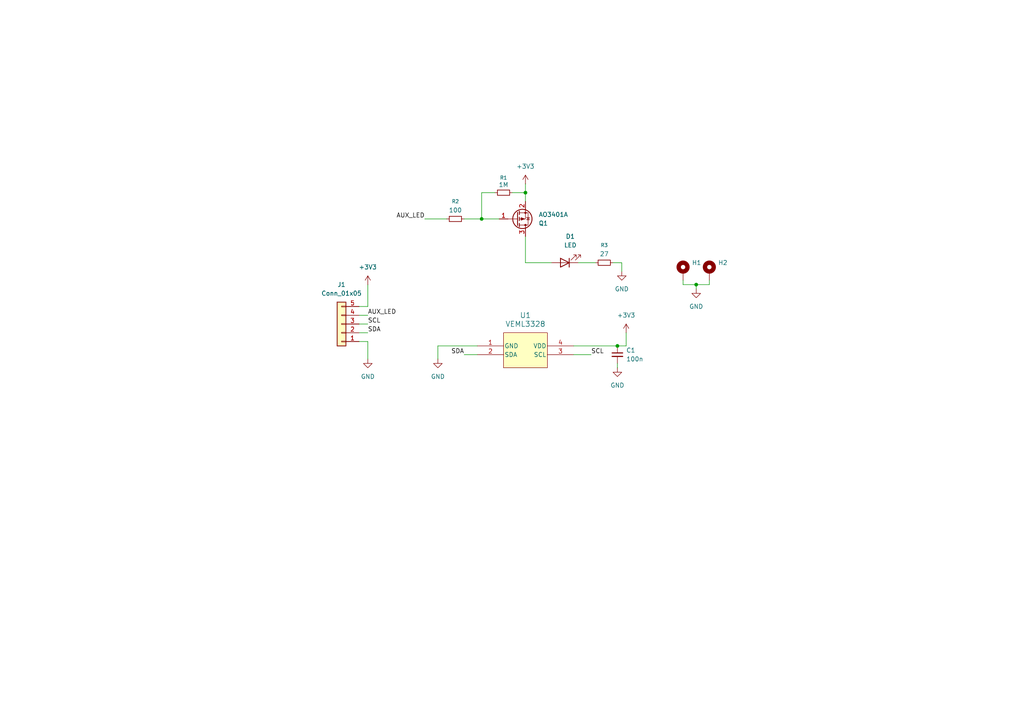
<source format=kicad_sch>
(kicad_sch (version 20250114) (generator "eeschema") (generator_version "9.0")
  (paper "A4")
  (lib_symbols
    (symbol "Connector_Generic:Conn_01x05" (pin_names (offset 1.016) (hide yes))
      (property "Reference" "J" (at 0 7.62 0))
      (property "Value" "Conn_01x05" (at 0 -7.62 0))
      (symbol "Conn_01x05_1_1"
        (rectangle (start -1.27 6.35) (end 1.27 -6.35) (stroke (width 0.254)) (fill (type background)))
        (rectangle (start -1.27 5.207) (end 0 4.953) (stroke (width 0.1524)))
        (rectangle (start -1.27 2.667) (end 0 2.413) (stroke (width 0.1524)))
        (rectangle (start -1.27 0.127) (end 0 -0.127) (stroke (width 0.1524)))
        (rectangle (start -1.27 -2.413) (end 0 -2.667) (stroke (width 0.1524)))
        (rectangle (start -1.27 -4.953) (end 0 -5.207) (stroke (width 0.1524)))
        (pin passive line (at -5.08 5.08 0) (length 3.81) (name "Pin_1") (number "1"))
        (pin passive line (at -5.08 2.54 0) (length 3.81) (name "Pin_2") (number "2"))
        (pin passive line (at -5.08 0 0) (length 3.81) (name "Pin_3") (number "3"))
        (pin passive line (at -5.08 -2.54 0) (length 3.81) (name "Pin_4") (number "4"))
        (pin passive line (at -5.08 -5.08 0) (length 3.81) (name "Pin_5") (number "5"))
      )
    )
    (symbol "Device:C_Small" (pin_numbers (hide yes)) (pin_names (offset 0.254) (hide yes))
      (property "Reference" "C" (at 0.254 1.778 0))
      (property "Value" "C_Small" (at 0.254 -2.032 0))
      (symbol "C_Small_0_1"
        (polyline (pts (xy -1.524 0.508) (xy 1.524 0.508)) (stroke (width 0.3048)))
        (polyline (pts (xy -1.524 -0.508) (xy 1.524 -0.508)) (stroke (width 0.3302)))
      )
      (symbol "C_Small_1_1"
        (pin passive line (at 0 2.54 270) (length 2.032) (name "~") (number "1"))
        (pin passive line (at 0 -2.54 90) (length 2.032) (name "~") (number "2"))
      )
    )
    (symbol "Device:LED" (pin_numbers (hide yes)) (pin_names (offset 1.016) (hide yes))
      (property "Reference" "D" (at 0 2.54 0))
      (property "Value" "LED" (at 0 -2.54 0))
      (symbol "LED_0_1"
        (polyline (pts (xy -3.048 -0.762) (xy -4.572 -2.286) (xy -3.81 -2.286) (xy -4.572 -2.286) (xy -4.572 -1.524)))
        (polyline (pts (xy -1.778 -0.762) (xy -3.302 -2.286) (xy -2.54 -2.286) (xy -3.302 -2.286) (xy -3.302 -1.524)))
        (polyline (pts (xy -1.27 0) (xy 1.27 0)))
        (polyline (pts (xy -1.27 -1.27) (xy -1.27 1.27)) (stroke (width 0.254)))
        (polyline (pts (xy 1.27 -1.27) (xy 1.27 1.27) (xy -1.27 0) (xy 1.27 -1.27)) (stroke (width 0.254)))
      )
      (symbol "LED_1_1"
        (pin passive line (at -3.81 0 0) (length 2.54) (name "K") (number "1"))
        (pin passive line (at 3.81 0 180) (length 2.54) (name "A") (number "2"))
      )
    )
    (symbol "Device:R_Small" (pin_numbers (hide yes)) (pin_names (offset 0.254) (hide yes))
      (property "Reference" "R" (at 0 0 90))
      (property "Value" "R_Small" (at 1.778 0 90))
      (symbol "R_Small_0_1"
        (rectangle (start -0.762 1.778) (end 0.762 -1.778) (stroke (width 0.2032)))
      )
      (symbol "R_Small_1_1"
        (pin passive line (at 0 2.54 270) (length 0.762) (name "~") (number "1"))
        (pin passive line (at 0 -2.54 90) (length 0.762) (name "~") (number "2"))
      )
    )
    (symbol "Mechanical:MountingHole_Pad" (pin_numbers (hide yes)) (pin_names (offset 1.016) (hide yes)) (in_bom no)
      (property "Reference" "H" (at 0 6.35 0))
      (property "Value" "MountingHole_Pad" (at 0 4.445 0))
      (symbol "MountingHole_Pad_0_1"
        (circle (center 0 1.27) (radius 1.27) (stroke (width 1.27)))
      )
      (symbol "MountingHole_Pad_1_1"
        (pin input line (at 0 -2.54 90) (length 2.54) (name "1") (number "1"))
      )
    )
    (symbol "R_Small_1" (pin_numbers (hide yes)) (pin_names (offset 0.254) (hide yes))
      (property "Reference" "R" (at 0 0 90))
      (property "Value" "R_Small" (at 1.778 0 90))
      (symbol "R_Small_1_0_1"
        (rectangle (start -0.762 1.778) (end 0.762 -1.778) (stroke (width 0.2032)))
      )
      (symbol "R_Small_1_1_1"
        (pin passive line (at 0 2.54 270) (length 0.762) (name "~") (number "1"))
        (pin passive line (at 0 -2.54 90) (length 0.762) (name "~") (number "2"))
      )
    )
    (symbol "Transistor_FET:AO3401A" (pin_names (hide yes))
      (property "Reference" "Q" (at 5.08 1.905 0))
      (property "Value" "AO3401A" (at 5.08 0 0))
      (symbol "AO3401A_0_1"
        (polyline (pts (xy 0.254 1.905) (xy 0.254 -1.905)) (stroke (width 0.254)))
        (polyline (pts (xy 0.254 0) (xy -2.54 0)))
        (polyline (pts (xy 0.762 2.286) (xy 0.762 1.27)) (stroke (width 0.254)))
        (polyline (pts (xy 0.762 1.778) (xy 3.302 1.778) (xy 3.302 -1.778) (xy 0.762 -1.778)))
        (polyline (pts (xy 0.762 0.508) (xy 0.762 -0.508)) (stroke (width 0.254)))
        (polyline (pts (xy 0.762 -1.27) (xy 0.762 -2.286)) (stroke (width 0.254)))
        (circle (center 1.651 0) (radius 2.794) (stroke (width 0.254)))
        (polyline (pts (xy 2.286 0) (xy 1.27 0.381) (xy 1.27 -0.381) (xy 2.286 0)) (fill (type outline)))
        (polyline (pts (xy 2.54 2.54) (xy 2.54 1.778)))
        (circle (center 2.54 1.778) (radius 0.254) (fill (type outline)))
        (circle (center 2.54 -1.778) (radius 0.254) (fill (type outline)))
        (polyline (pts (xy 2.54 -2.54) (xy 2.54 0) (xy 0.762 0)))
        (polyline (pts (xy 2.794 -0.508) (xy 2.921 -0.381) (xy 3.683 -0.381) (xy 3.81 -0.254)))
        (polyline (pts (xy 3.302 -0.381) (xy 2.921 0.254) (xy 3.683 0.254) (xy 3.302 -0.381)))
      )
      (symbol "AO3401A_1_1"
        (pin input line (at -5.08 0 0) (length 2.54) (name "G") (number "1"))
        (pin passive line (at 2.54 5.08 270) (length 2.54) (name "D") (number "3"))
        (pin passive line (at 2.54 -5.08 90) (length 2.54) (name "S") (number "2"))
      )
    )
    (symbol "power:+3V3" (power) (pin_numbers (hide yes)) (pin_names (offset 0) (hide yes))
      (property "Value" "+3V3" (at 0 3.556 0))
      (symbol "+3V3_0_1"
        (polyline (pts (xy -0.762 1.27) (xy 0 2.54)))
        (polyline (pts (xy 0 2.54) (xy 0.762 1.27)))
        (polyline (pts (xy 0 0) (xy 0 2.54)))
      )
      (symbol "+3V3_1_1"
        (pin power_in line (at 0 0 90) (length 0) (name "~") (number "1"))
      )
    )
    (symbol "power:GND" (power) (pin_numbers (hide yes)) (pin_names (offset 0) (hide yes))
      (property "Value" "GND" (at 0 -3.81 0))
      (symbol "GND_0_1"
        (polyline (pts (xy 0 0) (xy 0 -1.27) (xy 1.27 -1.27) (xy 0 -2.54) (xy -1.27 -1.27) (xy 0 -1.27)))
      )
      (symbol "GND_1_1"
        (pin power_in line (at 0 0 270) (length 0) (name "~") (number "1"))
      )
    )
    (symbol "sisyphus:VEML3328" (pin_names (offset 0.254))
      (property "Reference" "U" (at 0.762 11.43 0))
      (property "Value" "VEML3328" (at 0.762 8.89 0))
      (symbol "VEML3328_1_1"
        (rectangle (start -6.35 5.08) (end 6.35 -5.08) (fill (type background)))
        (pin power_in line (at -13.97 1.27 0) (length 7.62) (name "GND") (number "1"))
        (pin bidirectional line (at -13.97 -1.27 0) (length 7.62) (name "SDA") (number "2"))
        (pin power_in line (at 13.97 1.27 180) (length 7.62) (name "VDD") (number "4"))
        (pin input line (at 13.97 -1.27 180) (length 7.62) (name "SCL") (number "3"))
      )
    )
  )
  (junction (at 201.93 82.55))
  (junction (at 152.4 55.88))
  (junction (at 139.7 63.5))
  (junction (at 179.07 100.33))
  (wire (pts (xy 139.7 55.88) (xy 143.51 55.88)))
  (wire (pts (xy 181.61 96.52) (xy 181.61 100.33)))
  (wire (pts (xy 139.7 55.88) (xy 139.7 63.5)))
  (wire (pts (xy 138.43 100.33) (xy 127 100.33)))
  (wire (pts (xy 180.34 78.74) (xy 180.34 76.2)))
  (wire (pts (xy 179.07 100.33) (xy 181.61 100.33)))
  (wire (pts (xy 198.12 82.55) (xy 201.93 82.55)))
  (wire (pts (xy 106.68 88.9) (xy 104.14 88.9)))
  (wire (pts (xy 104.14 93.98) (xy 106.68 93.98)))
  (wire (pts (xy 104.14 96.52) (xy 106.68 96.52)))
  (wire (pts (xy 166.37 102.87) (xy 171.45 102.87)))
  (wire (pts (xy 180.34 76.2) (xy 177.8 76.2)))
  (wire (pts (xy 134.62 63.5) (xy 139.7 63.5)))
  (wire (pts (xy 139.7 63.5) (xy 144.78 63.5)))
  (wire (pts (xy 179.07 105.41) (xy 179.07 106.68)))
  (wire (pts (xy 152.4 53.34) (xy 152.4 55.88)))
  (wire (pts (xy 152.4 55.88) (xy 152.4 58.42)))
  (wire (pts (xy 123.19 63.5) (xy 129.54 63.5)))
  (wire (pts (xy 104.14 91.44) (xy 106.68 91.44)))
  (wire (pts (xy 152.4 76.2) (xy 152.4 68.58)))
  (wire (pts (xy 106.68 104.14) (xy 106.68 99.06)))
  (wire (pts (xy 201.93 82.55) (xy 205.74 82.55)))
  (wire (pts (xy 160.02 76.2) (xy 152.4 76.2)))
  (wire (pts (xy 127 100.33) (xy 127 104.14)))
  (wire (pts (xy 205.74 82.55) (xy 205.74 81.28)))
  (wire (pts (xy 106.68 82.55) (xy 106.68 88.9)))
  (wire (pts (xy 201.93 82.55) (xy 201.93 83.82)))
  (wire (pts (xy 198.12 81.28) (xy 198.12 82.55)))
  (wire (pts (xy 166.37 100.33) (xy 179.07 100.33)))
  (wire (pts (xy 106.68 99.06) (xy 104.14 99.06)))
  (wire (pts (xy 167.64 76.2) (xy 172.72 76.2)))
  (wire (pts (xy 148.59 55.88) (xy 152.4 55.88)))
  (wire (pts (xy 134.62 102.87) (xy 138.43 102.87)))
  (label "SDA" (at 106.68 96.52 0))
  (label "SDA" (at 134.62 102.87 180))
  (label "SCL" (at 171.45 102.87 0))
  (label "AUX_LED" (at 106.68 91.44 0))
  (label "AUX_LED" (at 123.19 63.5 180))
  (label "SCL" (at 106.68 93.98 0))
  (symbol (lib_id "Mechanical:MountingHole_Pad") (at 198.12 78.74 0) (unit 1) (in_bom no)
    (property "Reference" "H1" (at 200.66 76.1999 0) (effects (justify left)))
    (property "Value" "MountingHole_Pad" (effects (hide yes)))
    (property "Footprint" "MountingHole:MountingHole_2.2mm_M2_Pad" (effects (hide yes)))
    (property "Description" "Mounting Hole with connection" (effects (hide yes)))
  )
  (symbol (lib_id "power:GND") (at 179.07 106.68 0) (unit 1)
    (property "Reference" "#PWR07" (effects (hide yes)))
    (property "Value" "GND" (at 179.07 111.76 0))
    (property "Description" "Power symbol creates a global label with name \"GND\" , ground" (effects (hide yes)))
  )
  (symbol (lib_id "Connector_Generic:Conn_01x05") (at 99.06 93.98 180) (unit 1)
    (property "Reference" "J1" (at 99.06 82.55 0))
    (property "Value" "Conn_01x05" (at 99.06 85.09 0))
    (property "Footprint" "Connector_JST:JST_SH_SM05B-SRSS-TB_1x05-1MP_P1.00mm_Horizontal" (effects (hide yes)))
    (property "Description" "Generic connector, single row, 01x05, script generated (kicad-library-utils/schlib/autogen/connector/)" (effects (hide yes)))
  )
  (symbol (lib_id "Device:LED") (at 163.83 76.2 180) (unit 1)
    (property "Reference" "D1" (at 165.4175 68.58 0))
    (property "Value" "LED" (at 165.4175 71.12 0))
    (property "Footprint" "LED_SMD:LED_0805_2012Metric" (effects (hide yes)))
    (property "Description" "Light emitting diode" (effects (hide yes)))
    (property "Sim.Pins" "1=K 2=A" (effects (hide yes)))
  )
  (symbol (lib_id "power:+3V3") (at 181.61 96.52 0) (unit 1)
    (property "Reference" "#PWR04" (effects (hide yes)))
    (property "Value" "+3V3" (at 181.61 91.44 0))
    (property "Description" "Power symbol creates a global label with name \"+3V3\"" (effects (hide yes)))
  )
  (symbol (lib_id "power:+3V3") (at 106.68 82.55 0) (unit 1)
    (property "Reference" "#PWR03" (effects (hide yes)))
    (property "Value" "+3V3" (at 106.68 77.47 0))
    (property "Description" "Power symbol creates a global label with name \"+3V3\"" (effects (hide yes)))
  )
  (symbol (lib_name "R_Small_1") (lib_id "Device:R_Small") (at 146.05 55.88 90) (unit 1)
    (property "Reference" "R1" (at 146.05 51.562 90) (effects (font (size 1.016 1.016))))
    (property "Value" "1M" (at 146.05 53.594 90))
    (property "Footprint" "Resistor_SMD:R_0402_1005Metric" (effects (hide yes)))
    (property "Description" "Resistor, small symbol" (effects (hide yes)))
  )
  (symbol (lib_id "Device:R_Small") (at 132.08 63.5 90) (unit 1)
    (property "Reference" "R2" (at 132.08 58.42 90) (effects (font (size 1.016 1.016))))
    (property "Value" "100" (at 132.08 60.96 90))
    (property "Footprint" "Resistor_SMD:R_0402_1005Metric" (effects (hide yes)))
    (property "Description" "Resistor, small symbol" (effects (hide yes)))
  )
  (symbol (lib_id "Mechanical:MountingHole_Pad") (at 205.74 78.74 0) (unit 1) (in_bom no)
    (property "Reference" "H2" (at 208.28 76.1999 0) (effects (justify left)))
    (property "Value" "MountingHole_Pad" (effects (hide yes)))
    (property "Footprint" "MountingHole:MountingHole_2.2mm_M2_Pad" (effects (hide yes)))
    (property "Description" "Mounting Hole with connection" (effects (hide yes)))
  )
  (symbol (lib_id "power:GND") (at 201.93 83.82 0) (unit 1)
    (property "Reference" "#PWR08" (effects (hide yes)))
    (property "Value" "GND" (at 201.93 88.9 0))
    (property "Description" "Power symbol creates a global label with name \"GND\" , ground" (effects (hide yes)))
  )
  (symbol (lib_id "Device:C_Small") (at 179.07 102.87 0) (unit 1)
    (property "Reference" "C1" (at 181.61 101.6062 0) (effects (justify left)))
    (property "Value" "100n" (at 181.61 104.1462 0) (effects (justify left)))
    (property "Footprint" "Capacitor_SMD:C_0402_1005Metric" (effects (hide yes)))
    (property "Description" "Unpolarized capacitor, small symbol" (effects (hide yes)))
  )
  (symbol (lib_id "power:GND") (at 106.68 104.14 0) (unit 1)
    (property "Reference" "#PWR05" (effects (hide yes)))
    (property "Value" "GND" (at 106.68 109.22 0))
    (property "Description" "Power symbol creates a global label with name \"GND\" , ground" (effects (hide yes)))
  )
  (symbol (lib_id "Device:R_Small") (at 175.26 76.2 90) (unit 1)
    (property "Reference" "R3" (at 175.26 71.12 90) (effects (font (size 1.016 1.016))))
    (property "Value" "27" (at 175.26 73.66 90))
    (property "Footprint" "Resistor_SMD:R_0402_1005Metric" (effects (hide yes)))
    (property "Description" "Resistor, small symbol" (effects (hide yes)))
  )
  (symbol (lib_id "Transistor_FET:AO3401A") (at 149.86 63.5 0) (mirror x) (unit 1)
    (property "Reference" "Q1" (at 156.21 64.7701 0) (effects (justify left)))
    (property "Value" "AO3401A" (at 156.21 62.2301 0) (effects (justify left)))
    (property "Footprint" "Package_TO_SOT_SMD:SOT-23" (effects (hide yes)))
    (property "Datasheet" "http://www.aosmd.com/pdfs/datasheet/AO3401A.pdf" (effects (hide yes)))
    (property "Description" "-4.0A Id, -30V Vds, P-Channel MOSFET, SOT-23" (effects (hide yes)))
  )
  (symbol (lib_id "sisyphus:VEML3328") (at 152.4 101.6 0) (unit 1)
    (property "Reference" "U1" (at 152.4 91.44 0) (effects (font (size 1.524 1.524))))
    (property "Value" "VEML3328" (at 152.4 93.98 0) (effects (font (size 1.524 1.524))))
    (property "Footprint" "rgb_sensor:SMD_L3328_VIS" (effects (hide yes)))
    (property "Datasheet" "https://www.vishay.com/docs/84968/veml3328.pdf" (effects (hide yes)))
    (property "Description" "I2C RGBW light sensor" (effects (hide yes)))
  )
  (symbol (lib_id "power:GND") (at 127 104.14 0) (unit 1)
    (property "Reference" "#PWR06" (effects (hide yes)))
    (property "Value" "GND" (at 127 109.22 0))
    (property "Description" "Power symbol creates a global label with name \"GND\" , ground" (effects (hide yes)))
  )
  (symbol (lib_id "power:GND") (at 180.34 78.74 0) (unit 1)
    (property "Reference" "#PWR02" (effects (hide yes)))
    (property "Value" "GND" (at 180.34 83.82 0))
    (property "Description" "Power symbol creates a global label with name \"GND\" , ground" (effects (hide yes)))
  )
  (symbol (lib_id "power:+3V3") (at 152.4 53.34 0) (unit 1)
    (property "Reference" "#PWR01" (effects (hide yes)))
    (property "Value" "+3V3" (at 152.4 48.26 0))
    (property "Description" "Power symbol creates a global label with name \"+3V3\"" (effects (hide yes)))
  )
)
</source>
